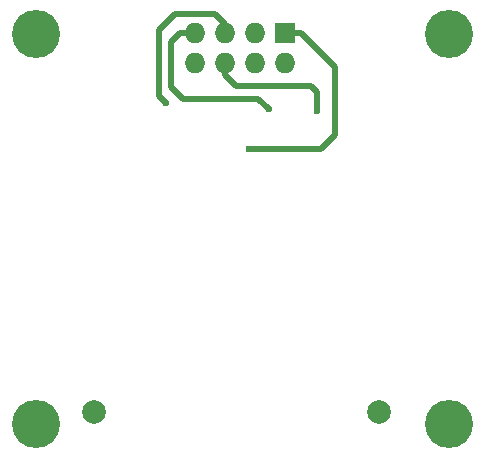
<source format=gbl>
%TF.GenerationSoftware,KiCad,Pcbnew,(after 2015-mar-04 BZR unknown)-product*%
%TF.CreationDate,2015-09-16T22:55:14+02:00*%
%TF.JobID,smoothie_sd,736D6F6F746869655F73642E6B696361,rev?*%
%TF.FileFunction,Copper,L2,Bot,Signal*%
%FSLAX46Y46*%
G04 Gerber Fmt 4.6, Leading zero omitted, Abs format (unit mm)*
G04 Created by KiCad (PCBNEW (after 2015-mar-04 BZR unknown)-product) date 16/09/2015 22:55:14*
%MOMM*%
G01*
G04 APERTURE LIST*
%ADD10C,0.100000*%
%ADD11C,2.000000*%
%ADD12R,1.727200X1.727200*%
%ADD13O,1.727200X1.727200*%
%ADD14C,4.064000*%
%ADD15C,0.600000*%
%ADD16C,0.500000*%
G04 APERTURE END LIST*
D10*
D11*
X140065000Y-107000000D03*
X115935000Y-107000000D03*
D12*
X132080000Y-74930000D03*
D13*
X132080000Y-77470000D03*
X129540000Y-74930000D03*
X129540000Y-77470000D03*
X127000000Y-74930000D03*
X127000000Y-77470000D03*
X124460000Y-74930000D03*
X124460000Y-77470000D03*
D14*
X146000000Y-108000000D03*
X111000000Y-108000000D03*
X146000000Y-75000000D03*
X111000000Y-75000000D03*
D15*
X129057400Y-84683600D03*
X134848600Y-81508600D03*
X122047000Y-80822800D03*
X130733800Y-81356200D03*
D16*
X132080000Y-74930000D02*
X133502400Y-74930000D01*
X135204200Y-84683600D02*
X129057400Y-84683600D01*
X136372600Y-83515200D02*
X135204200Y-84683600D01*
X136372600Y-77800200D02*
X136372600Y-83515200D01*
X133502400Y-74930000D02*
X136372600Y-77800200D01*
X127000000Y-77470000D02*
X127000000Y-78435200D01*
X134848600Y-79908400D02*
X134848600Y-81508600D01*
X134315200Y-79375000D02*
X134848600Y-79908400D01*
X127939800Y-79375000D02*
X134315200Y-79375000D01*
X127000000Y-78435200D02*
X127939800Y-79375000D01*
X127000000Y-74930000D02*
X127000000Y-74142600D01*
X127000000Y-74142600D02*
X126161800Y-73304400D01*
X126161800Y-73304400D02*
X122809000Y-73304400D01*
X122809000Y-73304400D02*
X121453398Y-74660002D01*
X121453398Y-74660002D02*
X121453398Y-80229198D01*
X121453398Y-80229198D02*
X122047000Y-80822800D01*
X123190000Y-74930000D02*
X124460000Y-74930000D01*
X122453400Y-75666600D02*
X123190000Y-74930000D01*
X122453400Y-79451200D02*
X122453400Y-75666600D01*
X123469400Y-80467200D02*
X122453400Y-79451200D01*
X129844800Y-80467200D02*
X123469400Y-80467200D01*
X130733800Y-81356200D02*
X129844800Y-80467200D01*
M02*

</source>
